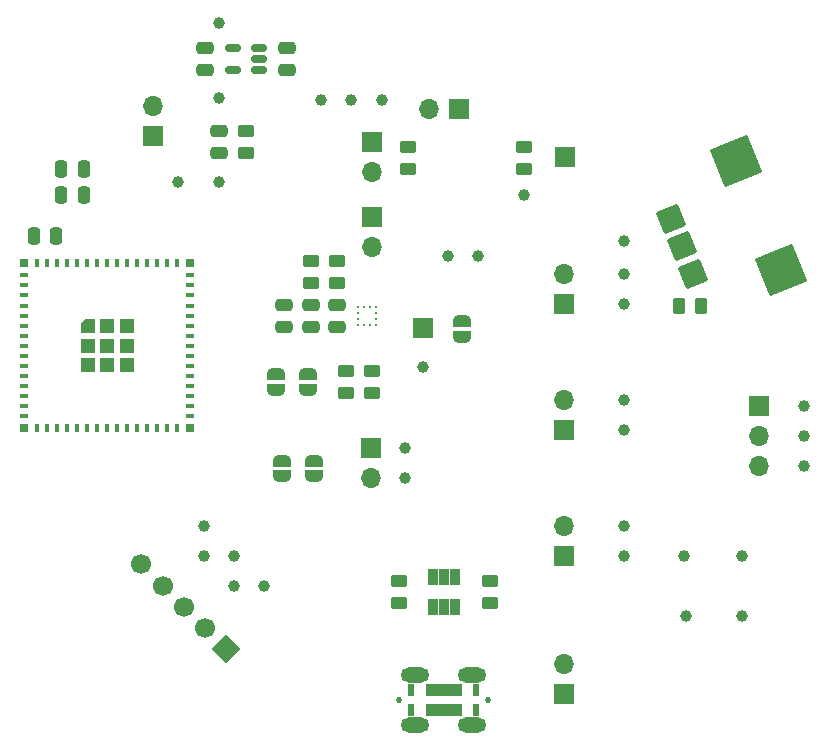
<source format=gbr>
%TF.GenerationSoftware,KiCad,Pcbnew,8.0.2-1*%
%TF.CreationDate,2024-05-17T13:07:53+01:00*%
%TF.ProjectId,Pomodoro_V7,506f6d6f-646f-4726-9f5f-56372e6b6963,rev?*%
%TF.SameCoordinates,Original*%
%TF.FileFunction,Soldermask,Bot*%
%TF.FilePolarity,Negative*%
%FSLAX46Y46*%
G04 Gerber Fmt 4.6, Leading zero omitted, Abs format (unit mm)*
G04 Created by KiCad (PCBNEW 8.0.2-1) date 2024-05-17 13:07:53*
%MOMM*%
%LPD*%
G01*
G04 APERTURE LIST*
G04 Aperture macros list*
%AMRoundRect*
0 Rectangle with rounded corners*
0 $1 Rounding radius*
0 $2 $3 $4 $5 $6 $7 $8 $9 X,Y pos of 4 corners*
0 Add a 4 corners polygon primitive as box body*
4,1,4,$2,$3,$4,$5,$6,$7,$8,$9,$2,$3,0*
0 Add four circle primitives for the rounded corners*
1,1,$1+$1,$2,$3*
1,1,$1+$1,$4,$5*
1,1,$1+$1,$6,$7*
1,1,$1+$1,$8,$9*
0 Add four rect primitives between the rounded corners*
20,1,$1+$1,$2,$3,$4,$5,0*
20,1,$1+$1,$4,$5,$6,$7,0*
20,1,$1+$1,$6,$7,$8,$9,0*
20,1,$1+$1,$8,$9,$2,$3,0*%
%AMHorizOval*
0 Thick line with rounded ends*
0 $1 width*
0 $2 $3 position (X,Y) of the first rounded end (center of the circle)*
0 $4 $5 position (X,Y) of the second rounded end (center of the circle)*
0 Add line between two ends*
20,1,$1,$2,$3,$4,$5,0*
0 Add two circle primitives to create the rounded ends*
1,1,$1,$2,$3*
1,1,$1,$4,$5*%
%AMRotRect*
0 Rectangle, with rotation*
0 The origin of the aperture is its center*
0 $1 length*
0 $2 width*
0 $3 Rotation angle, in degrees counterclockwise*
0 Add horizontal line*
21,1,$1,$2,0,0,$3*%
%AMOutline5P*
0 Free polygon, 5 corners , with rotation*
0 The origin of the aperture is its center*
0 number of corners: always 5*
0 $1 to $10 corner X, Y*
0 $11 Rotation angle, in degrees counterclockwise*
0 create outline with 5 corners*
4,1,5,$1,$2,$3,$4,$5,$6,$7,$8,$9,$10,$1,$2,$11*%
%AMOutline6P*
0 Free polygon, 6 corners , with rotation*
0 The origin of the aperture is its center*
0 number of corners: always 6*
0 $1 to $12 corner X, Y*
0 $13 Rotation angle, in degrees counterclockwise*
0 create outline with 6 corners*
4,1,6,$1,$2,$3,$4,$5,$6,$7,$8,$9,$10,$11,$12,$1,$2,$13*%
%AMOutline7P*
0 Free polygon, 7 corners , with rotation*
0 The origin of the aperture is its center*
0 number of corners: always 7*
0 $1 to $14 corner X, Y*
0 $15 Rotation angle, in degrees counterclockwise*
0 create outline with 7 corners*
4,1,7,$1,$2,$3,$4,$5,$6,$7,$8,$9,$10,$11,$12,$13,$14,$1,$2,$15*%
%AMOutline8P*
0 Free polygon, 8 corners , with rotation*
0 The origin of the aperture is its center*
0 number of corners: always 8*
0 $1 to $16 corner X, Y*
0 $17 Rotation angle, in degrees counterclockwise*
0 create outline with 8 corners*
4,1,8,$1,$2,$3,$4,$5,$6,$7,$8,$9,$10,$11,$12,$13,$14,$15,$16,$1,$2,$17*%
%AMFreePoly0*
4,1,19,0.500000,-0.750000,0.000000,-0.750000,0.000000,-0.744911,-0.071157,-0.744911,-0.207708,-0.704816,-0.327430,-0.627875,-0.420627,-0.520320,-0.479746,-0.390866,-0.500000,-0.250000,-0.500000,0.250000,-0.479746,0.390866,-0.420627,0.520320,-0.327430,0.627875,-0.207708,0.704816,-0.071157,0.744911,0.000000,0.744911,0.000000,0.750000,0.500000,0.750000,0.500000,-0.750000,0.500000,-0.750000,
$1*%
%AMFreePoly1*
4,1,19,0.000000,0.744911,0.071157,0.744911,0.207708,0.704816,0.327430,0.627875,0.420627,0.520320,0.479746,0.390866,0.500000,0.250000,0.500000,-0.250000,0.479746,-0.390866,0.420627,-0.520320,0.327430,-0.627875,0.207708,-0.704816,0.071157,-0.744911,0.000000,-0.744911,0.000000,-0.750000,-0.500000,-0.750000,-0.500000,0.750000,0.000000,0.750000,0.000000,0.744911,0.000000,0.744911,
$1*%
G04 Aperture macros list end*
%ADD10R,0.275000X0.250000*%
%ADD11R,0.250000X0.275000*%
%ADD12RoundRect,0.250000X0.450000X-0.262500X0.450000X0.262500X-0.450000X0.262500X-0.450000X-0.262500X0*%
%ADD13R,0.400000X0.800000*%
%ADD14R,0.800000X0.400000*%
%ADD15R,1.200000X1.200000*%
%ADD16R,0.800000X0.800000*%
%ADD17Outline5P,-0.600000X0.600000X0.600000X0.600000X0.600000X-0.600000X-0.204000X-0.600000X-0.600000X-0.204000X270.000000*%
%ADD18FreePoly0,90.000000*%
%ADD19FreePoly1,90.000000*%
%ADD20C,1.000000*%
%ADD21RoundRect,0.250000X-0.262500X-0.450000X0.262500X-0.450000X0.262500X0.450000X-0.262500X0.450000X0*%
%ADD22RotRect,1.700000X1.700000X45.000000*%
%ADD23HorizOval,1.700000X0.000000X0.000000X0.000000X0.000000X0*%
%ADD24R,1.700000X1.700000*%
%ADD25O,1.700000X1.700000*%
%ADD26RoundRect,0.250000X-0.450000X0.262500X-0.450000X-0.262500X0.450000X-0.262500X0.450000X0.262500X0*%
%ADD27RoundRect,0.150000X0.512500X0.150000X-0.512500X0.150000X-0.512500X-0.150000X0.512500X-0.150000X0*%
%ADD28RoundRect,0.055580X-0.341420X0.651420X-0.341420X-0.651420X0.341420X-0.651420X0.341420X0.651420X0*%
%ADD29RoundRect,0.250000X0.475000X-0.250000X0.475000X0.250000X-0.475000X0.250000X-0.475000X-0.250000X0*%
%ADD30RoundRect,0.250000X-0.250000X-0.475000X0.250000X-0.475000X0.250000X0.475000X-0.250000X0.475000X0*%
%ADD31C,0.520000*%
%ADD32RoundRect,0.102000X0.150000X0.435000X-0.150000X0.435000X-0.150000X-0.435000X0.150000X-0.435000X0*%
%ADD33O,2.404000X1.304000*%
%ADD34FreePoly0,270.000000*%
%ADD35FreePoly1,270.000000*%
%ADD36RoundRect,0.250000X-0.475000X0.250000X-0.475000X-0.250000X0.475000X-0.250000X0.475000X0.250000X0*%
%ADD37RoundRect,0.102000X1.171611X-0.497320X0.497320X1.171611X-1.171611X0.497320X-0.497320X-1.171611X0*%
%ADD38RoundRect,0.102000X2.093279X-0.888544X0.888544X2.093279X-2.093279X0.888544X-0.888544X-2.093279X0*%
%ADD39RoundRect,0.250000X0.250000X0.475000X-0.250000X0.475000X-0.250000X-0.475000X0.250000X-0.475000X0*%
G04 APERTURE END LIST*
D10*
%TO.C,U1*%
X144262500Y-96750000D03*
X144262500Y-97250000D03*
X144262500Y-97750000D03*
X144262500Y-98250000D03*
D11*
X143750000Y-98262500D03*
X143250000Y-98262500D03*
D10*
X142737500Y-98250000D03*
X142737500Y-97750000D03*
X142737500Y-97250000D03*
X142737500Y-96750000D03*
D11*
X143250000Y-96737500D03*
X143750000Y-96737500D03*
%TD*%
D12*
%TO.C,R11*%
X156750000Y-85000000D03*
X156750000Y-83175000D03*
%TD*%
D13*
%TO.C,IC1*%
X115550000Y-93000000D03*
X116400000Y-93000000D03*
X117250000Y-93000000D03*
X118100000Y-93000000D03*
X118950000Y-93000000D03*
X119800000Y-93000000D03*
X120650000Y-93000000D03*
X121500000Y-93000000D03*
X122350000Y-93000000D03*
X123200000Y-93000000D03*
X124050000Y-93000000D03*
X124900000Y-93000000D03*
X125750000Y-93000000D03*
X126600000Y-93000000D03*
X127450000Y-93000000D03*
D14*
X128500000Y-94050000D03*
X128500000Y-94900000D03*
X128500000Y-95750000D03*
X128500000Y-96600000D03*
X128500000Y-97450000D03*
X128500000Y-98300000D03*
X128500000Y-99150000D03*
X128500000Y-100000000D03*
X128500000Y-100850000D03*
X128500000Y-101700000D03*
X128500000Y-102550000D03*
X128500000Y-103400000D03*
X128500000Y-104250000D03*
X128500000Y-105100000D03*
X128500000Y-105950000D03*
D13*
X127450000Y-107000000D03*
X126600000Y-107000000D03*
X125750000Y-107000000D03*
X124900000Y-107000000D03*
X124050000Y-107000000D03*
X123200000Y-107000000D03*
X122350000Y-107000000D03*
X121500000Y-107000000D03*
X120650000Y-107000000D03*
X119800000Y-107000000D03*
X118950000Y-107000000D03*
X118100000Y-107000000D03*
X117250000Y-107000000D03*
X116400000Y-107000000D03*
X115550000Y-107000000D03*
D14*
X114500000Y-105950000D03*
X114500000Y-105100000D03*
X114500000Y-104250000D03*
X114500000Y-103400000D03*
X114500000Y-102550000D03*
X114500000Y-101700000D03*
X114500000Y-100850000D03*
X114500000Y-100000000D03*
X114500000Y-99150000D03*
X114500000Y-98300000D03*
X114500000Y-97450000D03*
X114500000Y-96600000D03*
X114500000Y-95750000D03*
X114500000Y-94900000D03*
X114500000Y-94050000D03*
D15*
X123150000Y-101650000D03*
D16*
X114500000Y-93000000D03*
X128500000Y-93000000D03*
X128500000Y-107000000D03*
X114500000Y-107000000D03*
D17*
X119850000Y-98350000D03*
D15*
X119850000Y-100000000D03*
X119850000Y-101650000D03*
X121500000Y-98350000D03*
X121500000Y-100000000D03*
X121500000Y-101650000D03*
X123150000Y-98350000D03*
X123150000Y-100000000D03*
%TD*%
D18*
%TO.C,JP4*%
X138500000Y-103713000D03*
D19*
X138500000Y-102413000D03*
%TD*%
D20*
%TO.C,TP6*%
X132220000Y-120320000D03*
%TD*%
%TO.C,TP9*%
X142126000Y-79172000D03*
%TD*%
D21*
%TO.C,R4*%
X169915500Y-96625000D03*
X171740500Y-96625000D03*
%TD*%
D22*
%TO.C,J1*%
X131588567Y-125708154D03*
D23*
X129792516Y-123912103D03*
X127996465Y-122116052D03*
X126200413Y-120320000D03*
X124404362Y-118523949D03*
%TD*%
D20*
%TO.C,TP11*%
X146698000Y-111176000D03*
%TD*%
D24*
%TO.C,J7*%
X160160000Y-117780000D03*
D25*
X160160000Y-115240000D03*
%TD*%
D20*
%TO.C,TP29*%
X131000000Y-79000000D03*
%TD*%
D26*
%TO.C,R3*%
X141704000Y-102171500D03*
X141704000Y-103996500D03*
%TD*%
D24*
%TO.C,J2*%
X125362000Y-82220000D03*
D25*
X125362000Y-79680000D03*
%TD*%
D12*
%TO.C,R5*%
X146952000Y-85037500D03*
X146952000Y-83212500D03*
%TD*%
%TO.C,R1*%
X133250000Y-83662500D03*
X133250000Y-81837500D03*
%TD*%
D24*
%TO.C,J14*%
X160250000Y-84000000D03*
%TD*%
D27*
%TO.C,U3*%
X134387500Y-74800000D03*
X134387500Y-75750000D03*
X134387500Y-76700000D03*
X132112500Y-76700000D03*
X132112500Y-74800000D03*
%TD*%
D28*
%TO.C,U2*%
X149050000Y-119596500D03*
X150000000Y-119596500D03*
X150950000Y-119596500D03*
X150950000Y-122106500D03*
X150000000Y-122106500D03*
X149050000Y-122106500D03*
%TD*%
D20*
%TO.C,TP23*%
X144793000Y-79172000D03*
%TD*%
D24*
%TO.C,J6*%
X160160000Y-96444000D03*
D25*
X160160000Y-93904000D03*
%TD*%
D29*
%TO.C,C7*%
X141000000Y-98450000D03*
X141000000Y-96550000D03*
%TD*%
D24*
%TO.C,J4*%
X143838000Y-108636000D03*
D25*
X143838000Y-111176000D03*
%TD*%
D30*
%TO.C,C3*%
X117600000Y-85000000D03*
X119500000Y-85000000D03*
%TD*%
D31*
%TO.C,J11*%
X153750000Y-130000000D03*
X146250000Y-130000000D03*
D32*
X152750000Y-129135000D03*
X151250000Y-129135000D03*
X150750000Y-129135000D03*
X150250000Y-129135000D03*
X149750000Y-129135000D03*
X149250000Y-129135000D03*
X148750000Y-129135000D03*
X147250000Y-129135000D03*
X147250000Y-130865000D03*
X148750000Y-130865000D03*
X149250000Y-130865000D03*
X149750000Y-130865000D03*
X150250000Y-130865000D03*
X150750000Y-130865000D03*
X151250000Y-130865000D03*
X152750000Y-130865000D03*
D33*
X152400000Y-127850000D03*
X152400000Y-132150000D03*
X147600000Y-127850000D03*
X147600000Y-132150000D03*
%TD*%
D26*
%TO.C,R2*%
X143904000Y-102159000D03*
X143904000Y-103984000D03*
%TD*%
D20*
%TO.C,TP14*%
X165240000Y-96444000D03*
%TD*%
%TO.C,TP25*%
X150360000Y-92410000D03*
%TD*%
D26*
%TO.C,R7*%
X141000000Y-92837500D03*
X141000000Y-94662500D03*
%TD*%
D24*
%TO.C,J13*%
X160160000Y-129464000D03*
D25*
X160160000Y-126924000D03*
%TD*%
D26*
%TO.C,R8*%
X138750000Y-92837500D03*
X138750000Y-94662500D03*
%TD*%
D20*
%TO.C,TP17*%
X165240000Y-117780000D03*
%TD*%
%TO.C,TP20*%
X165240000Y-104572000D03*
%TD*%
%TO.C,TP1*%
X127521000Y-86157000D03*
%TD*%
%TO.C,TP30*%
X175250000Y-117780000D03*
%TD*%
D29*
%TO.C,C1*%
X131000000Y-83700000D03*
X131000000Y-81800000D03*
%TD*%
D20*
%TO.C,TP13*%
X165240000Y-93904000D03*
%TD*%
%TO.C,TP18*%
X180480000Y-107620000D03*
%TD*%
%TO.C,TP35*%
X148222000Y-101778000D03*
%TD*%
%TO.C,TP3*%
X129680000Y-115240000D03*
%TD*%
%TO.C,TP34*%
X156750000Y-87250000D03*
%TD*%
D18*
%TO.C,JP2*%
X136284000Y-111049000D03*
D19*
X136284000Y-109749000D03*
%TD*%
D20*
%TO.C,TP28*%
X131000000Y-72695000D03*
%TD*%
D24*
%TO.C,J15*%
X148222000Y-98476000D03*
%TD*%
D29*
%TO.C,C5*%
X136500000Y-98450000D03*
X136500000Y-96550000D03*
%TD*%
D20*
%TO.C,TP16*%
X180480000Y-110160000D03*
%TD*%
%TO.C,TP4*%
X129680000Y-117780000D03*
%TD*%
%TO.C,TP2*%
X131000000Y-86157000D03*
%TD*%
D24*
%TO.C,J3*%
X143904000Y-89073000D03*
D25*
X143904000Y-91613000D03*
%TD*%
D20*
%TO.C,TP22*%
X165240000Y-91110000D03*
%TD*%
D34*
%TO.C,JP1*%
X138984000Y-109749000D03*
D35*
X138984000Y-111049000D03*
%TD*%
D20*
%TO.C,TP7*%
X134760000Y-120320000D03*
%TD*%
D34*
%TO.C,JP3*%
X135800000Y-102413000D03*
D35*
X135800000Y-103713000D03*
%TD*%
D20*
%TO.C,TP19*%
X180530000Y-105080000D03*
%TD*%
D24*
%TO.C,J8*%
X160160000Y-107112000D03*
D25*
X160160000Y-104572000D03*
%TD*%
D20*
%TO.C,TP32*%
X170320000Y-117780000D03*
%TD*%
D34*
%TO.C,JP5*%
X151524000Y-97953000D03*
D35*
X151524000Y-99253000D03*
%TD*%
D36*
%TO.C,C9*%
X129750000Y-74800000D03*
X129750000Y-76700000D03*
%TD*%
D29*
%TO.C,C6*%
X138750000Y-98450000D03*
X138750000Y-96550000D03*
%TD*%
D20*
%TO.C,TP15*%
X165240000Y-115240000D03*
%TD*%
%TO.C,TP8*%
X139586000Y-79172000D03*
%TD*%
D26*
%TO.C,R9*%
X153900000Y-119939000D03*
X153900000Y-121764000D03*
%TD*%
D20*
%TO.C,TP12*%
X146698000Y-108636000D03*
%TD*%
D26*
%TO.C,R10*%
X146200000Y-119939000D03*
X146200000Y-121764000D03*
%TD*%
D20*
%TO.C,TP24*%
X152930000Y-92440000D03*
%TD*%
%TO.C,TP31*%
X175250000Y-122860000D03*
%TD*%
%TO.C,TP5*%
X132220000Y-117780000D03*
%TD*%
%TO.C,TP21*%
X165240000Y-107112000D03*
%TD*%
%TO.C,TP33*%
X170500000Y-122860000D03*
%TD*%
D37*
%TO.C,R6*%
X171098196Y-93904286D03*
X170161681Y-91586327D03*
X169225163Y-89268368D03*
D38*
X178525000Y-93600000D03*
X174778934Y-84328162D03*
%TD*%
D36*
%TO.C,C8*%
X136750000Y-74800000D03*
X136750000Y-76700000D03*
%TD*%
D24*
%TO.C,J12*%
X143904000Y-82728000D03*
D25*
X143904000Y-85268000D03*
%TD*%
D24*
%TO.C,J5*%
X176670000Y-105080000D03*
D25*
X176670000Y-107620000D03*
X176670000Y-110160000D03*
%TD*%
D39*
%TO.C,C4*%
X117200000Y-90750000D03*
X115300000Y-90750000D03*
%TD*%
D30*
%TO.C,C2*%
X117600000Y-87250000D03*
X119500000Y-87250000D03*
%TD*%
D24*
%TO.C,J10*%
X151275000Y-80000000D03*
D25*
X148735000Y-80000000D03*
%TD*%
M02*

</source>
